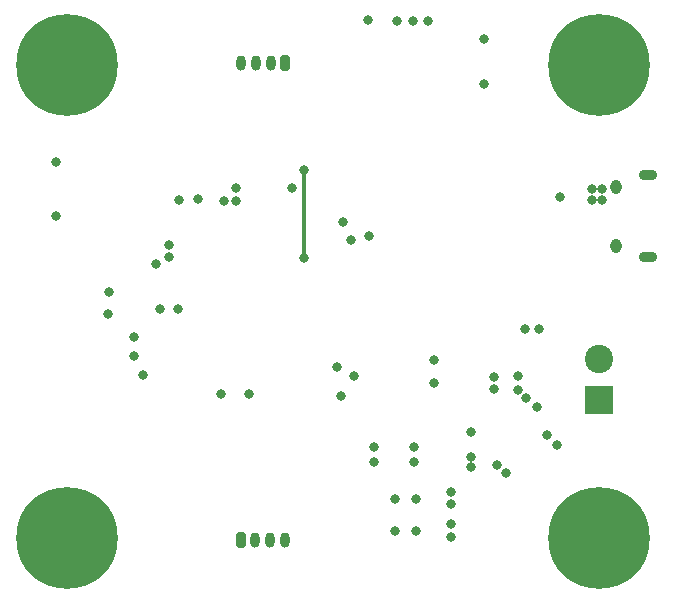
<source format=gbr>
%TF.GenerationSoftware,KiCad,Pcbnew,7.0.2*%
%TF.CreationDate,2023-06-03T12:41:16+05:30*%
%TF.ProjectId,STM32F4 based PCB,53544d33-3246-4342-9062-617365642050,rev?*%
%TF.SameCoordinates,Original*%
%TF.FileFunction,Copper,L4,Bot*%
%TF.FilePolarity,Positive*%
%FSLAX46Y46*%
G04 Gerber Fmt 4.6, Leading zero omitted, Abs format (unit mm)*
G04 Created by KiCad (PCBNEW 7.0.2) date 2023-06-03 12:41:16*
%MOMM*%
%LPD*%
G01*
G04 APERTURE LIST*
G04 Aperture macros list*
%AMRoundRect*
0 Rectangle with rounded corners*
0 $1 Rounding radius*
0 $2 $3 $4 $5 $6 $7 $8 $9 X,Y pos of 4 corners*
0 Add a 4 corners polygon primitive as box body*
4,1,4,$2,$3,$4,$5,$6,$7,$8,$9,$2,$3,0*
0 Add four circle primitives for the rounded corners*
1,1,$1+$1,$2,$3*
1,1,$1+$1,$4,$5*
1,1,$1+$1,$6,$7*
1,1,$1+$1,$8,$9*
0 Add four rect primitives between the rounded corners*
20,1,$1+$1,$2,$3,$4,$5,0*
20,1,$1+$1,$4,$5,$6,$7,0*
20,1,$1+$1,$6,$7,$8,$9,0*
20,1,$1+$1,$8,$9,$2,$3,0*%
G04 Aperture macros list end*
%TA.AperFunction,ComponentPad*%
%ADD10RoundRect,0.200000X-0.200000X-0.450000X0.200000X-0.450000X0.200000X0.450000X-0.200000X0.450000X0*%
%TD*%
%TA.AperFunction,ComponentPad*%
%ADD11O,0.800000X1.300000*%
%TD*%
%TA.AperFunction,ComponentPad*%
%ADD12C,0.900000*%
%TD*%
%TA.AperFunction,ComponentPad*%
%ADD13C,8.600000*%
%TD*%
%TA.AperFunction,ComponentPad*%
%ADD14O,1.550000X0.890000*%
%TD*%
%TA.AperFunction,ComponentPad*%
%ADD15O,0.950000X1.250000*%
%TD*%
%TA.AperFunction,ComponentPad*%
%ADD16R,2.400000X2.400000*%
%TD*%
%TA.AperFunction,ComponentPad*%
%ADD17C,2.400000*%
%TD*%
%TA.AperFunction,ComponentPad*%
%ADD18RoundRect,0.200000X0.200000X0.450000X-0.200000X0.450000X-0.200000X-0.450000X0.200000X-0.450000X0*%
%TD*%
%TA.AperFunction,ViaPad*%
%ADD19C,0.800000*%
%TD*%
%TA.AperFunction,Conductor*%
%ADD20C,0.300000*%
%TD*%
G04 APERTURE END LIST*
D10*
%TO.P,J4,1,Pin_1*%
%TO.N,+3.3V*%
X108325000Y-96400000D03*
D11*
%TO.P,J4,2,Pin_2*%
%TO.N,USART3_TX*%
X109575000Y-96400000D03*
%TO.P,J4,3,Pin_3*%
%TO.N,USART3_RX*%
X110825000Y-96400000D03*
%TO.P,J4,4,Pin_4*%
%TO.N,GND*%
X112075000Y-96400000D03*
%TD*%
D12*
%TO.P,H1,1,1*%
%TO.N,GND*%
X90385838Y-96180419D03*
X91330419Y-93900000D03*
X91330419Y-98460838D03*
X93610838Y-92955419D03*
D13*
X93610838Y-96180419D03*
D12*
X93610838Y-99405419D03*
X95891257Y-93900000D03*
X95891257Y-98460838D03*
X96835838Y-96180419D03*
%TD*%
%TO.P,H4,1,1*%
%TO.N,GND*%
X90385838Y-56160838D03*
X91330419Y-53880419D03*
X91330419Y-58441257D03*
X93610838Y-52935838D03*
D13*
X93610838Y-56160838D03*
D12*
X93610838Y-59385838D03*
X95891257Y-53880419D03*
X95891257Y-58441257D03*
X96835838Y-56160838D03*
%TD*%
%TO.P,H3,1,1*%
%TO.N,GND*%
X135455419Y-96180419D03*
X136400000Y-93900000D03*
X136400000Y-98460838D03*
X138680419Y-92955419D03*
D13*
X138680419Y-96180419D03*
D12*
X138680419Y-99405419D03*
X140960838Y-93900000D03*
X140960838Y-98460838D03*
X141905419Y-96180419D03*
%TD*%
D14*
%TO.P,J5,6,Shield*%
%TO.N,unconnected-(J5-Shield-Pad6)*%
X142800000Y-72438935D03*
D15*
X140100000Y-71438935D03*
X140100000Y-66438935D03*
D14*
X142800000Y-65438935D03*
%TD*%
D16*
%TO.P,J1,1,Pin_1*%
%TO.N,+12V*%
X138700000Y-84550000D03*
D17*
%TO.P,J1,2,Pin_2*%
%TO.N,GND*%
X138700000Y-81050000D03*
%TD*%
D12*
%TO.P,H2,1,1*%
%TO.N,GND*%
X135455419Y-56180419D03*
X136400000Y-53900000D03*
X136400000Y-58460838D03*
X138680419Y-52955419D03*
D13*
X138680419Y-56180419D03*
D12*
X138680419Y-59405419D03*
X140960838Y-53900000D03*
X140960838Y-58460838D03*
X141905419Y-56180419D03*
%TD*%
D18*
%TO.P,J3,1,Pin_1*%
%TO.N,+3.3V*%
X112117965Y-55949581D03*
D11*
%TO.P,J3,2,Pin_2*%
%TO.N,I2C_SCL*%
X110867965Y-55949581D03*
%TO.P,J3,3,Pin_3*%
%TO.N,I2C1_SDA*%
X109617965Y-55949581D03*
%TO.P,J3,4,Pin_4*%
%TO.N,GND*%
X108367965Y-55949581D03*
%TD*%
D19*
%TO.N,NRST*%
X113700000Y-72500000D03*
X113700000Y-65000000D03*
%TO.N,GND*%
X122900000Y-52400000D03*
X103000000Y-76800000D03*
X101500000Y-76800000D03*
X97100000Y-77200000D03*
X97200000Y-75400000D03*
X101200000Y-73000000D03*
X135400000Y-67300000D03*
X131800000Y-83700000D03*
X129800000Y-83600000D03*
X129800000Y-82600000D03*
X127800000Y-87229500D03*
X127800000Y-90200000D03*
X138958497Y-66641503D03*
X138058497Y-66641503D03*
X138041503Y-67581142D03*
X119200000Y-70600000D03*
X100100000Y-82400000D03*
X106700000Y-84000000D03*
X117900000Y-82500000D03*
X128912500Y-57768750D03*
X102300000Y-71400000D03*
X138963782Y-67581142D03*
X132500000Y-84300000D03*
X133400000Y-85100000D03*
X124700000Y-81100000D03*
X132400000Y-78500000D03*
X126100000Y-93300000D03*
X126100000Y-95000000D03*
X121600000Y-52400000D03*
X92700000Y-68900000D03*
%TO.N,+3.3V*%
X124200000Y-52400000D03*
%TO.N,GND*%
X131800000Y-82500000D03*
X103100000Y-67600000D03*
X107900000Y-67700000D03*
X135100000Y-88300000D03*
X126100000Y-92300000D03*
X116800000Y-84200000D03*
X133600000Y-78500000D03*
X124700000Y-83100000D03*
X134300000Y-87500000D03*
X127800000Y-89300000D03*
X126100000Y-96100000D03*
X117000000Y-69400000D03*
%TO.N,+3.3V*%
X107900000Y-66600000D03*
X109000000Y-84000000D03*
X102300000Y-72400000D03*
X99300000Y-79200000D03*
X121400000Y-95600000D03*
X123200000Y-92900000D03*
X99300000Y-80800000D03*
X92700000Y-64400000D03*
X106900000Y-67700000D03*
X116500000Y-81700000D03*
X112700000Y-66600000D03*
X128912500Y-53968750D03*
X123000000Y-89800000D03*
X130800000Y-90700000D03*
%TO.N,GND*%
X119100000Y-52300000D03*
%TO.N,+3.3V*%
X119600000Y-89800000D03*
X117700000Y-71000000D03*
X123000000Y-88500000D03*
X104700000Y-67500000D03*
X123200000Y-95600000D03*
X119600000Y-88500000D03*
X130000000Y-90000000D03*
X121400000Y-92900000D03*
%TD*%
D20*
%TO.N,NRST*%
X113700000Y-72500000D02*
X113700000Y-65000000D01*
%TD*%
M02*

</source>
